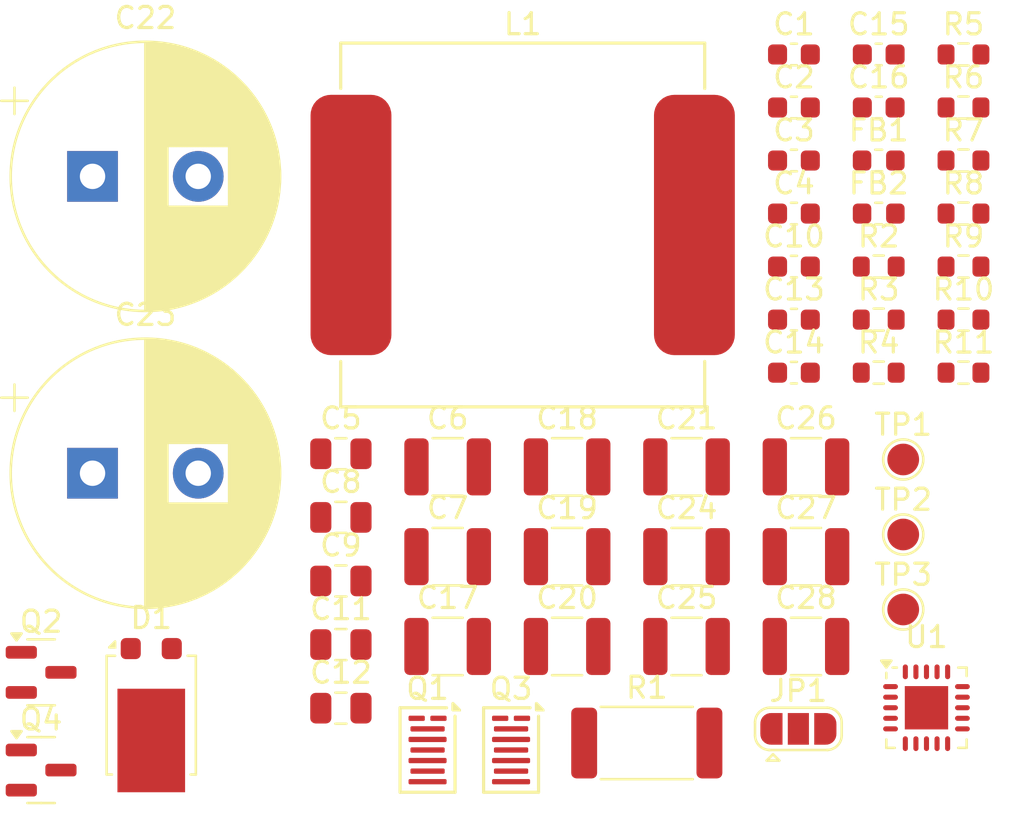
<source format=kicad_pcb>
(kicad_pcb (version 20240108) (generator "pcbnew") (generator_version "8.0")
  (layers (0 "F.Cu" signal) (31 "B.Cu" signal) (34 "B.Paste" user) (35 "F.Paste" user) (36 "B.SilkS" user "B.Silkscreen") (37 "F.SilkS" user "F.Silkscreen") (38 "B.Mask" user) (39 "F.Mask" user) (44 "Edge.Cuts" user))
  (net 0 "")
  (net 1 "/VIN")
  (net 2 "Net-(U1-CSN)")
  (net 3 "Net-(C2-Pad1)")
  (net 4 "GND")
  (net 5 "Net-(U1-HB)")
  (net 6 "/VOUT")
  (net 7 "Net-(JP1-B)")
  (net 8 "Net-(U1-TRK)")
  (net 9 "Net-(U1-VREF{slash}RANGE)")
  (net 10 "Net-(U1-SS)")
  (net 11 "Net-(U1-COMP)")
  (net 12 "Net-(C16-Pad1)")
  (net 13 "Net-(Q2-E)")
  (net 14 "Net-(Q1-G)")
  (net 15 "Net-(Q3-G)")
  (net 16 "Net-(Q4-E)")
  (net 17 "Net-(JP1-C)")
  (net 18 "Net-(L1-Pad1)")
  (net 19 "Net-(Q2-B)")
  (net 20 "Net-(Q4-B)")
  (net 21 "Net-(U1-UVLO{slash}EN)")
  (net 22 "/VTRK")
  (net 23 "Net-(U1-RT)")
  (net 24 "/PGOOD")
  (net 25 "/SW")
  (footprint "Capacitor_SMD:C_0805_2012Metric" (layer "F.Cu") (at 65.9 80.83)
    (property "Reference" "C5" (at 0 -1.68 0) (layer "F.SilkS"))
    (property "Value" "2.2µF 100V")
    (pad "1" smd roundrect (at -0.95 0) (size 1 1.45) (layers "F.Cu" "F.Paste" "F.Mask") (net 6 "/VOUT"))
    (pad "2" smd roundrect (at 0.95 0) (size 1 1.45) (layers "F.Cu" "F.Paste" "F.Mask") (net 4 "GND"))
  )
  (footprint "Resistor_SMD:R_0603_1608Metric" (layer "F.Cu") (at 91.34 76.99)
    (property "Reference" "R4" (at 0 -1.43 0) (layer "F.SilkS"))
    (property "Value" "0Ω")
    (pad "1" smd roundrect (at -0.825 0) (size 0.8 0.95) (layers "F.Cu" "F.Paste" "F.Mask") (net 3 "Net-(C2-Pad1)"))
    (pad "2" smd roundrect (at 0.825 0) (size 0.8 0.95) (layers "F.Cu" "F.Paste" "F.Mask") (net 21 "Net-(U1-UVLO{slash}EN)"))
  )
  (footprint "Resistor_SMD:R_0603_1608Metric" (layer "F.Cu") (at 95.35 61.93)
    (property "Reference" "R5" (at 0 -1.43 0) (layer "F.SilkS"))
    (property "Value" "8.87kΩ")
    (pad "1" smd roundrect (at -0.825 0) (size 0.8 0.95) (layers "F.Cu" "F.Paste" "F.Mask") (net 3 "Net-(C2-Pad1)"))
    (pad "2" smd roundrect (at 0.825 0) (size 0.8 0.95) (layers "F.Cu" "F.Paste" "F.Mask") (net 4 "GND"))
  )
  (footprint "Capacitor_SMD:C_0603_1608Metric" (layer "F.Cu") (at 87.33 76.99)
    (property "Reference" "C14" (at 0 -1.43 0) (layer "F.SilkS"))
    (property "Value" "0.47µF")
    (pad "1" smd roundrect (at -0.775 0) (size 0.9 0.95) (layers "F.Cu" "F.Paste" "F.Mask") (net 10 "Net-(U1-SS)"))
    (pad "2" smd roundrect (at 0.775 0) (size 0.9 0.95) (layers "F.Cu" "F.Paste" "F.Mask") (net 4 "GND"))
  )
  (footprint "Capacitor_SMD:C_0603_1608Metric" (layer "F.Cu") (at 87.33 61.93)
    (property "Reference" "C1" (at 0 -1.43 0) (layer "F.SilkS"))
    (property "Value" "0pF")
    (pad "1" smd roundrect (at -0.775 0) (size 0.9 0.95) (layers "F.Cu" "F.Paste" "F.Mask") (net 1 "/VIN"))
    (pad "2" smd roundrect (at 0.775 0) (size 0.9 0.95) (layers "F.Cu" "F.Paste" "F.Mask") (net 2 "Net-(U1-CSN)"))
  )
  (footprint "BW_Active:VQFN-20-1EP_3.5x3.5mm_P0.5mm_EP2.05x2.05mm" (layer "F.Cu") (at 93.6 92.85)
    (property "Reference" "U1" (at 0 -3.35 0) (layer "F.SilkS"))
    (property "Value" "LM5123-Q1")
    (pad "1" smd oval (at -1.7 -1 90) (size 0.24 0.7) (layers "F.Cu" "F.Paste" "F.Mask") (net 1 "/VIN"))
    (pad "2" smd oval (at -1.7 -0.5 90) (size 0.24 0.7) (layers "F.Cu" "F.Paste" "F.Mask") (net 2 "Net-(U1-CSN)"))
    (pad "3" smd oval (at -1.7 0 90) (size 0.24 0.7) (layers "F.Cu" "F.Paste" "F.Mask") (net 6 "/VOUT"))
    (pad "4" smd oval (at -1.7 0.5 90) (size 0.24 0.7) (layers "F.Cu" "F.Paste" "F.Mask") (net 24 "/PGOOD"))
    (pad "5" smd oval (at -1.7 1 90) (size 0.24 0.7) (layers "F.Cu" "F.Paste" "F.Mask") (net 19 "Net-(Q2-B)"))
    (pad "6" smd oval (at -1 1.7) (size 0.24 0.7) (layers "F.Cu" "F.Paste" "F.Mask") (net 25 "/SW"))
    (pad "7" smd oval (at -0.5 1.7) (size 0.24 0.7) (layers "F.Cu" "F.Paste" "F.Mask") (net 5 "Net-(U1-HB)"))
    (pad "8" smd oval (at 0 1.7) (size 0.24 0.7) (layers "F.Cu" "F.Paste" "F.Mask") (net 1 "/VIN"))
    (pad "9" smd oval (at 0.5 1.7) (size 0.24 0.7) (layers "F.Cu" "F.Paste" "F.Mask") (net 7 "Net-(JP1-B)"))
    (pad "10" smd oval (at 1 1.7) (size 0.24 0.7) (layers "F.Cu" "F.Paste" "F.Mask") (net 4 "GND"))
    (pad "11" smd oval (at 1.7 1 90) (size 0.24 0.7) (layers "F.Cu" "F.Paste" "F.Mask") (net 20 "Net-(Q4-B)"))
    (pad "12" smd oval (at 1.7 0.5 90) (size 0.24 0.7) (layers "F.Cu" "F.Paste" "F.Mask") (net 7 "Net-(JP1-B)"))
    (pad "13" smd oval (at 1.7 0 90) (size 0.24 0.7) (layers "F.Cu" "F.Paste" "F.Mask") (net 21 "Net-(U1-UVLO{slash}EN)"))
    (pad "14" smd oval (at 1.7 -0.5 90) (size 0.24 0.7) (layers "F.Cu" "F.Paste" "F.Mask") (net 17 "Net-(JP1-C)"))
    (pad "15" smd oval (at 1.7 -1 90) (size 0.24 0.7) (layers "F.Cu" "F.Paste" "F.Mask") (net 23 "Net-(U1-RT)"))
    (pad "16" smd oval (at 1 -1.7) (size 0.24 0.7) (layers "F.Cu" "F.Paste" "F.Mask") (net 9 "Net-(U1-VREF{slash}RANGE)"))
    (pad "17" smd oval (at 0.5 -1.7) (size 0.24 0.7) (layers "F.Cu" "F.Paste" "F.Mask") (net 10 "Net-(U1-SS)"))
    (pad "18" smd oval (at 0 -1.7) (size 0.24 0.7) (layers "F.Cu" "F.Paste" "F.Mask") (net 8 "Net-(U1-TRK)"))
    (pad "19" smd oval (at -0.5 -1.7) (size 0.24 0.7) (layers "F.Cu" "F.Paste" "F.Mask") (net 4 "GND"))
    (pad "20" smd oval (at -1 -1.7) (size 0.24 0.7) (layers "F.Cu" "F.Paste" "F.Mask") (net 11 "Net-(U1-COMP)"))
    (pad "21" smd rect (at 0 0) (size 2.049999 2.049999) (layers "F.Cu" "F.Mask") (net 4 "GND"))
  )
  (footprint "TestPoint:TestPoint_Pad_D1.5mm" (layer "F.Cu") (at 92.5 81.1)
    (property "Reference" "TP1" (at 0 -1.648 0) (layer "F.SilkS"))
    (property "Value" "SW")
    (pad "1" smd circle (at 0 0) (size 1.5 1.5) (layers "F.Cu" "F.Mask") (net 25 "/SW"))
  )
  (footprint "Capacitor_SMD:C_1210_3225Metric" (layer "F.Cu") (at 87.9 89.95)
    (property "Reference" "C28" (at 0 -2.3 0) (layer "F.SilkS"))
    (property "Value" "10µF 100V x2")
    (pad "1" smd roundrect (at -1.475 0) (size 1.15 2.7) (layers "F.Cu" "F.Paste" "F.Mask") (roundrect_rratio 0.217391) (net 6 "/VOUT"))
    (pad "2" smd roundrect (at 1.475 0) (size 1.15 2.7) (layers "F.Cu" "F.Paste" "F.Mask") (roundrect_rratio 0.217391) (net 4 "GND"))
  )
  (footprint "Resistor_SMD:R_0603_1608Metric" (layer "F.Cu") (at 91.34 71.97)
    (property "Reference" "R2" (at 0 -1.43 0) (layer "F.SilkS"))
    (property "Value" "0Ω")
    (pad "1" smd roundrect (at -0.825 0) (size 0.8 0.95) (layers "F.Cu" "F.Paste" "F.Mask") (net 2 "Net-(U1-CSN)"))
    (pad "2" smd roundrect (at 0.825 0) (size 0.8 0.95) (layers "F.Cu" "F.Paste" "F.Mask") (net 18 "Net-(L1-Pad1)"))
  )
  (footprint "BW_Active:WLCSP-8-SOT8072" (layer "F.Cu") (at 70 94.85)
    (property "Reference" "Q1" (at 0 -2.9 0) (layer "F.SilkS"))
    (property "Value" "GAN3R2-100CBE")
    (pad "1" smd roundrect (at 0.515 -1.5) (size 0.77 0.25) (layers "F.Cu" "F.Paste" "F.Mask") (net 14 "Net-(Q1-G)"))
    (pad "2" smd roundrect (at -0.515 -1.5) (size 0.77 0.25) (layers "F.Cu" "F.Paste" "F.Mask") (net 25 "/SW"))
    (pad "3" smd roundrect (at 0 -1) (size 1.62 0.25) (layers "F.Cu" "F.Paste" "F.Mask") (net 6 "/VOUT"))
    (pad "4" smd roundrect (at 0 -0.5) (size 1.8 0.25) (layers "F.Cu" "F.Paste" "F.Mask") (net 25 "/SW"))
    (pad "5" smd roundrect (at 0 0) (size 1.62 0.25) (layers "F.Cu" "F.Paste" "F.Mask") (net 6 "/VOUT"))
    (pad "6" smd roundrect (at 0 0.5) (size 1.8 0.25) (layers "F.Cu" "F.Paste" "F.Mask") (net 25 "/SW"))
    (pad "7" smd roundrect (at 0 1) (size 1.62 0.25) (layers "F.Cu" "F.Paste" "F.Mask") (net 6 "/VOUT"))
    (pad "8" smd roundrect (at 0 1.5) (size 1.8 0.25) (layers "F.Cu" "F.Paste" "F.Mask") (net 25 "/SW"))
  )
  (footprint "Capacitor_SMD:C_0603_1608Metric" (layer "F.Cu") (at 87.33 66.95)
    (property "Reference" "C3" (at 0 -1.43 0) (layer "F.SilkS"))
    (property "Value" "0.1µF 100V")
    (pad "1" smd roundrect (at -0.775 0) (size 0.9 0.95) (layers "F.Cu" "F.Paste" "F.Mask") (net 5 "Net-(U1-HB)"))
    (pad "2" smd roundrect (at 0.775 0) (size 0.9 0.95) (layers "F.Cu" "F.Paste" "F.Mask") (net 25 "/SW"))
  )
  (footprint "Capacitor_SMD:C_1210_3225Metric" (layer "F.Cu") (at 76.6 89.95)
    (property "Reference" "C20" (at 0 -2.3 0) (layer "F.SilkS"))
    (property "Value" "10µF 100V x2")
    (pad "1" smd roundrect (at -1.475 0) (size 1.15 2.7) (layers "F.Cu" "F.Paste" "F.Mask") (roundrect_rratio 0.217391) (net 6 "/VOUT"))
    (pad "2" smd roundrect (at 1.475 0) (size 1.15 2.7) (layers "F.Cu" "F.Paste" "F.Mask") (roundrect_rratio 0.217391) (net 4 "GND"))
  )
  (footprint "Capacitor_SMD:C_0603_1608Metric" (layer "F.Cu") (at 87.33 71.97)
    (property "Reference" "C10" (at 0 -1.43 0) (layer "F.SilkS"))
    (property "Value" "0.1µF 100V")
    (pad "1" smd roundrect (at -0.775 0) (size 0.9 0.95) (layers "F.Cu" "F.Paste" "F.Mask") (net 4 "GND"))
    (pad "2" smd roundrect (at 0.775 0) (size 0.9 0.95) (layers "F.Cu" "F.Paste" "F.Mask") (net 6 "/VOUT"))
  )
  (footprint "Resistor_SMD:R_0603_1608Metric" (layer "F.Cu") (at 95.35 71.97)
    (property "Reference" "R9" (at 0 -1.43 0) (layer "F.SilkS"))
    (property "Value" "220kΩ")
    (pad "1" smd roundrect (at -0.825 0) (size 0.8 0.95) (layers "F.Cu" "F.Paste" "F.Mask") (net 11 "Net-(U1-COMP)"))
    (pad "2" smd roundrect (at 0.825 0) (size 0.8 0.95) (layers "F.Cu" "F.Paste" "F.Mask") (net 12 "Net-(C16-Pad1)"))
  )
  (footprint "Capacitor_SMD:C_1210_3225Metric" (layer "F.Cu") (at 70.95 85.7)
    (property "Reference" "C7" (at 0 -2.3 0) (layer "F.SilkS"))
    (property "Value" "22µF 25V")
    (pad "1" smd roundrect (at -1.475 0) (size 1.15 2.7) (layers "F.Cu" "F.Paste" "F.Mask") (roundrect_rratio 0.217391) (net 1 "/VIN"))
    (pad "2" smd roundrect (at 1.475 0) (size 1.15 2.7) (layers "F.Cu" "F.Paste" "F.Mask") (roundrect_rratio 0.217391) (net 4 "GND"))
  )
  (footprint "Capacitor_SMD:C_0603_1608Metric" (layer "F.Cu") (at 91.34 64.44)
    (property "Reference" "C16" (at 0 -1.43 0) (layer "F.SilkS"))
    (property "Value" "1.5nF")
    (pad "1" smd roundrect (at -0.775 0) (size 0.9 0.95) (layers "F.Cu" "F.Paste" "F.Mask") (net 12 "Net-(C16-Pad1)"))
    (pad "2" smd roundrect (at 0.775 0) (size 0.9 0.95) (layers "F.Cu" "F.Paste" "F.Mask") (net 4 "GND"))
  )
  (footprint "Resistor_SMD:R_0603_1608Metric" (layer "F.Cu") (at 95.35 74.48)
    (property "Reference" "R10" (at 0 -1.43 0) (layer "F.SilkS"))
    (property "Value" "33kΩ")
    (pad "1" smd roundrect (at -0.825 0) (size 0.8 0.95) (layers "F.Cu" "F.Paste" "F.Mask") (net 9 "Net-(U1-VREF{slash}RANGE)"))
    (pad "2" smd roundrect (at 0.825 0) (size 0.8 0.95) (layers "F.Cu" "F.Paste" "F.Mask") (net 4 "GND"))
  )
  (footprint "Resistor_SMD:R_0603_1608Metric" (layer "F.Cu") (at 95.35 66.95)
    (property "Reference" "R7" (at 0 -1.43 0) (layer "F.SilkS"))
    (property "Value" "1kΩ")
    (pad "1" smd roundrect (at -0.825 0) (size 0.8 0.95) (layers "F.Cu" "F.Paste" "F.Mask") (net 22 "/VTRK"))
    (pad "2" smd roundrect (at 0.825 0) (size 0.8 0.95) (layers "F.Cu" "F.Paste" "F.Mask") (net 8 "Net-(U1-TRK)"))
  )
  (footprint "TestPoint:TestPoint_Pad_D1.5mm" (layer "F.Cu") (at 92.5 88.2)
    (property "Reference" "TP3" (at 0 -1.648 0) (layer "F.SilkS"))
    (property "Value" "LO")
    (pad "1" smd circle (at 0 0) (size 1.5 1.5) (layers "F.Cu" "F.Mask") (net 15 "Net-(Q3-G)"))
  )
  (footprint "Capacitor_SMD:C_0805_2012Metric" (layer "F.Cu") (at 65.9 83.84)
    (property "Reference" "C8" (at 0 -1.68 0) (layer "F.SilkS"))
    (property "Value" "1µF 50Vl")
    (pad "1" smd roundrect (at -0.95 0) (size 1 1.45) (layers "F.Cu" "F.Paste" "F.Mask") (net 1 "/VIN"))
    (pad "2" smd roundrect (at 0.95 0) (size 1 1.45) (layers "F.Cu" "F.Paste" "F.Mask") (net 4 "GND"))
  )
  (footprint "Capacitor_SMD:C_0603_1608Metric" (layer "F.Cu") (at 87.33 74.48)
    (property "Reference" "C13" (at 0 -1.43 0) (layer "F.SilkS"))
    (property "Value" "470pF")
    (pad "1" smd roundrect (at -0.775 0) (size 0.9 0.95) (layers "F.Cu" "F.Paste" "F.Mask") (net 9 "Net-(U1-VREF{slash}RANGE)"))
    (pad "2" smd roundrect (at 0.775 0) (size 0.9 0.95) (layers "F.Cu" "F.Paste" "F.Mask") (net 4 "GND"))
  )
  (footprint "Capacitor_SMD:C_1210_3225Metric" (layer "F.Cu") (at 82.25 85.7)
    (property "Reference" "C24" (at 0 -2.3 0) (layer "F.SilkS"))
    (property "Value" "10µF 100V x2")
    (pad "1" smd roundrect (at -1.475 0) (size 1.15 2.7) (layers "F.Cu" "F.Paste" "F.Mask") (roundrect_rratio 0.217391) (net 6 "/VOUT"))
    (pad "2" smd roundrect (at 1.475 0) (size 1.15 2.7) (layers "F.Cu" "F.Paste" "F.Mask") (roundrect_rratio 0.217391) (net 4 "GND"))
  )
  (footprint "Capacitor_SMD:C_1210_3225Metric" (layer "F.Cu") (at 82.25 81.45)
    (property "Reference" "C21" (at 0 -2.3 0) (layer "F.SilkS"))
    (property "Value" "10µF 100V x2")
    (pad "1" smd roundrect (at -1.475 0) (size 1.15 2.7) (layers "F.Cu" "F.Paste" "F.Mask") (roundrect_rratio 0.217391) (net 6 "/VOUT"))
    (pad "2" smd roundrect (at 1.475 0) (size 1.15 2.7) (layers "F.Cu" "F.Paste" "F.Mask") (roundrect_rratio 0.217391) (net 4 "GND"))
  )
  (footprint "Capacitor_SMD:C_0805_2012Metric" (layer "F.Cu") (at 65.9 92.87)
    (property "Reference" "C12" (at 0 -1.68 0) (layer "F.SilkS"))
    (property "Value" "10µF")
    (pad "1" smd roundrect (at -0.95 0) (size 1 1.45) (layers "F.Cu" "F.Paste" "F.Mask") (net 8 "Net-(U1-TRK)"))
    (pad "2" smd roundrect (at 0.95 0) (size 1 1.45) (layers "F.Cu" "F.Paste" "F.Mask") (net 4 "GND"))
  )
  (footprint "Capacitor_SMD:C_0603_1608Metric" (layer "F.Cu") (at 87.33 64.44)
    (property "Reference" "C2" (at 0 -1.43 0) (layer "F.SilkS"))
    (property "Value" "0.1µF")
    (pad "1" smd roundrect (at -0.775 0) (size 0.9 0.95) (layers "F.Cu" "F.Paste" "F.Mask") (net 3 "Net-(C2-Pad1)"))
    (pad "2" smd roundrect (at 0.775 0) (size 0.9 0.95) (layers "F.Cu" "F.Paste" "F.Mask") (net 4 "GND"))
  )
  (footprint "Resistor_SMD:R_0603_1608Metric" (layer "F.Cu") (at 95.35 69.46)
    (property "Reference" "R8" (at 0 -1.43 0) (layer "F.SilkS"))
    (property "Value" "3.3Ω")
    (pad "1" smd roundrect (at -0.825 0) (size 0.8 0.95) (layers "F.Cu" "F.Paste" "F.Mask") (net 20 "Net-(Q4-B)"))
    (pad "2" smd roundrect (at 0.825 0) (size 0.8 0.95) (layers "F.Cu" "F.Paste" "F.Mask") (net 16 "Net-(Q4-E)"))
  )
  (footprint "Capacitor_SMD:C_0805_2012Metric" (layer "F.Cu") (at 65.9 89.86)
    (property "Reference" "C11" (at 0 -1.68 0) (layer "F.SilkS"))
    (property "Value" "4.7µF")
    (pad "1" smd roundrect (at -0.95 0) (size 1 1.45) (layers "F.Cu" "F.Paste" "F.Mask") (net 7 "Net-(JP1-B)"))
    (pad "2" smd roundrect (at 0.95 0) (size 1 1.45) (layers "F.Cu" "F.Paste" "F.Mask") (net 4 "GND"))
  )
  (footprint "Inductor_SMD:L_0603_1608Metric" (layer "F.Cu") (at 91.34 66.95)
    (property "Reference" "FB1" (at 0 -1.43 0) (layer "F.SilkS"))
    (property "Value" "Shunt?")
    (pad "1" smd roundrect (at -0.7875 0) (size 0.875 0.95) (layers "F.Cu" "F.Paste" "F.Mask") (net 14 "Net-(Q1-G)"))
    (pad "2" smd roundrect (at 0.7875 0) (size 0.875 0.95) (layers "F.Cu" "F.Paste" "F.Mask") (net 13 "Net-(Q2-E)"))
  )
  (footprint "BW_Active:WLCSP-8-SOT8072" (layer "F.Cu") (at 73.95 94.85)
    (property "Reference" "Q3" (at 0 -2.9 0) (layer "F.SilkS"))
    (property "Value" "GAN3R2-100CBE")
    (pad "1" smd roundrect (at 0.515 -1.5) (size 0.77 0.25) (layers "F.Cu" "F.Paste" "F.Mask") (net 15 "Net-(Q3-G)"))
    (pad "2" smd roundrect (at -0.515 -1.5) (size 0.77 0.25) (layers "F.Cu" "F.Paste" "F.Mask") (net 4 "GND"))
    (pad "3" smd roundrect (at 0 -1) (size 1.62 0.25) (layers "F.Cu" "F.Paste" "F.Mask") (net 25 "/SW"))
    (pad "4" smd roundrect (at 0 -0.5) (size 1.8 0.25) (layers "F.Cu" "F.Paste" "F.Mask") (net 4 "GND"))
    (pad "5" smd roundrect (at 0 0) (size 1.62 0.25) (layers "F.Cu" "F.Paste" "F.Mask") (net 25 "/SW"))
    (pad "6" smd roundrect (at 0 0.5) (size 1.8 0.25) (layers "F.Cu" "F.Paste" "F.Mask") (net 4 "GND"))
    (pad "7" smd roundrect (at 0 1) (size 1.62 0.25) (layers "F.Cu" "F.Paste" "F.Mask") (net 25 "/SW"))
    (pad "8" smd roundrect (at 0 1.5) (size 1.8 0.25) (layers "F.Cu" "F.Paste" "F.Mask") (net 4 "GND"))
  )
  (footprint "Resistor_SMD:R_2512_6332Metric" (layer "F.Cu") (at 80.37 94.52)
    (property "Reference" "R1" (at 0 -2.62 0) (layer "F.SilkS"))
    (property "Value" "1.5mΩ 3W")
    (pad "1" smd roundrect (at -2.9625 0) (size 1.225 3.35) (layers "F.Cu" "F.Paste" "F.Mask") (roundrect_rratio 0.204082) (net 1 "/VIN"))
    (pad "2" smd roundrect (at 2.9625 0) (size 1.225 3.35) (layers "F.Cu" "F.Paste" "F.Mask") (roundrect_rratio 0.204082) (net 18 "Net-(L1-Pad1)"))
  )
  (footprint "Package_TO_SOT_SMD:SOT-23" (layer "F.Cu") (at 51.72 95.8)
    (property "Reference" "Q4" (at 0 -2.4 0) (layer "F.SilkS"))
    (property "Value" "PNP")
    (pad "1" smd roundrect (at -0.9375 -0.95) (size 1.475 0.6) (layers "F.Cu" "F.Paste" "F.Mask") (net 20 "Net-(Q4-B)"))
    (pad "2" smd roundrect (at -0.9375 0.95) (size 1.475 0.6) (layers "F.Cu" "F.Paste" "F.Mask") (net 16 "Net-(Q4-E)"))
    (pad "3" smd roundrect (at 0.9375 0) (size 1.475 0.6) (layers "F.Cu" "F.Paste" "F.Mask") (net 4 "GND"))
  )
  (footprint "BW_PassiveMechanical:L_Vishay_IHLP-6767" (layer "F.Cu") (at 74.5 70)
    (property "Reference" "L1" (at 0 -9.509 0) (layer "F.SilkS"))
    (property "Value" "1.5µH")
    (pad "1" smd roundrect (at -8.1225 0) (size 3.825 12.32) (layers "F.Cu" "F.Paste" "F.Mask") (net 18 "Net-(L1-Pad1)"))
    (pad "2" smd roundrect (at 8.1225 0) (size 3.825 12.32) (layers "F.Cu" "F.Paste" "F.Mask") (net 25 "/SW"))
  )
  (footprint "Resistor_SMD:R_0603_1608Metric" (layer "F.Cu") (at 91.34 74.48)
    (property "Reference" "R3" (at 0 -1.43 0) (layer "F.SilkS"))
    (property "Value" "76.8kΩ")
    (pad "1" smd roundrect (at -0.825 0) (size 0.8 0.95) (layers "F.Cu" "F.Paste" "F.Mask") (net 1 "/VIN"))
    (pad "2" smd roundrect (at 0.825 0) (size 0.8 0.95) (layers "F.Cu" "F.Paste" "F.Mask") (net 3 "Net-(C2-Pad1)"))
  )
  (footprint "Capacitor_SMD:C_1210_3225Metric" (layer "F.Cu") (at 82.25 89.95)
    (property "Reference" "C25" (at 0 -2.3 0) (layer "F.SilkS"))
    (property "Value" "10µF 100V x2")
    (pad "1" smd roundrect (at -1.475 0) (size 1.15 2.7) (layers "F.Cu" "F.Paste" "F.Mask") (roundrect_rratio 0.217391) (net 6 "/VOUT"))
    (pad "2" smd roundrect (at 1.475 0) (size 1.15 2.7) (layers "F.Cu" "F.Paste" "F.Mask") (roundrect_rratio 0.217391) (net 4 "GND"))
  )
  (footprint "Package_TO_SOT_SMD:SOT-23" (layer "F.Cu") (at 51.72 91.175)
    (property "Reference" "Q2" (at 0 -2.4 0) (layer "F.SilkS"))
    (property "Value" "PNP")
    (pad "1" smd roundrect (at -0.9375 -0.95) (size 1.475 0.6) (layers "F.Cu" "F.Paste" "F.Mask") (net 19 "Net-(Q2-B)"))
    (pad "2" smd roundrect (at -0.9375 0.95) (size 1.475 0.6) (layers "F.Cu" "F.Paste" "F.Mask") (net 13 "Net-(Q2-E)"))
    (pad "3" smd roundrect (at 0.9375 0) (size 1.475 0.6) (layers "F.Cu" "F.Paste" "F.Mask") (net 25 "/SW"))
  )
  (footprint "Package_TO_SOT_SMD:TO-277B" (layer "F.Cu") (at 56.93 93.2)
    (property "Reference" "D1" (at 0 -4.6 180) (layer "F.SilkS"))
    (property "Value" "MBR12U100L")
    (pad "1" smd roundrect (at -0.97 -3.15) (size 0.95 1) (layers "F.Cu" "F.Paste" "F.Mask") (net 25 "/SW"))
    (pad "2" smd roundrect (at 0.97 -3.15) (size 0.95 1) (layers "F.Cu" "F.Paste" "F.Mask") (net 25 "/SW"))
    (pad "3" smd rect (at 0 1.2) (size 3.2 4.9) (layers "F.Cu" "F.Mask") (net 6 "/VOUT"))
  )
  (footprint "Resistor_SMD:R_0603_1608Metric" (layer "F.Cu") (at 95.35 76.99)
    (property "Reference" "R11" (at 0 -1.43 0) (layer "F.SilkS"))
    (property "Value" "21kΩ")
    (pad "1" smd roundrect (at -0.825 0) (size 0.8 0.95) (layers "F.Cu" "F.Paste" "F.Mask") (net 23 "Net-(U1-RT)"))
    (pad "2" smd roundrect (at 0.825 0) (size 0.8 0.95) (layers "F.Cu" "F.Paste" "F.Mask") (net 4 "GND"))
  )
  (footprint "Capacitor_SMD:C_0805_2012Metric" (layer "F.Cu") (at 65.9 86.85)
    (property "Reference" "C9" (at 0 -1.68 0) (layer "F.SilkS"))
    (property "Value" "1µF 50Vl")
    (pad "1" smd roundrect (at -0.95 0) (size 1 1.45) (layers "F.Cu" "F.Paste" "F.Mask") (net 1 "/VIN"))
    (pad "2" smd roundrect (at 0.95 0) (size 1 1.45) (layers "F.Cu" "F.Paste" "F.Mask") (net 4 "GND"))
  )
  (footprint "TestPoint:TestPoint_Pad_D1.5mm" (layer "F.Cu") (at 92.5 84.65)
    (property "Reference" "TP2" (at 0 -1.648 0) (layer "F.SilkS"))
    (property "Value" "HO")
    (pad "1" smd circle (at 0 0) (size 1.5 1.5) (layers "F.Cu" "F.Mask") (net 14 "Net-(Q1-G)"))
  )
  (footprint "Capacitor_THT:CP_Radial_D12.5mm_P5.00mm" (layer "F.Cu") (at 54.152082 67.7)
    (property "Reference" "C22" (at 2.5 -7.5 0) (layer "F.SilkS"))
    (property "Value" "560µF 63V")
    (pad "1" thru_hole rect (at 0 0) (size 2.4 2.4) (drill 1.2) (layers "*.Cu" "*.Mask") (net 6 "/VOUT"))
    (pad "2" thru_hole circle (at 5 0) (size 2.4 2.4) (drill 1.2) (layers "*.Cu" "*.Mask") (net 4 "GND"))
  )
  (footprint "Capacitor_SMD:C_1210_3225Metric" (layer "F.Cu") (at 76.6 85.7)
    (property "Reference" "C19" (at 0 -2.3 0) (layer "F.SilkS"))
    (property "Value" "10µF 100V x2")
    (pad "1" smd roundrect (at -1.475 0) (size 1.15 2.7) (layers "F.Cu" "F.Paste" "F.Mask") (roundrect_rratio 0.217391) (net 6 "/VOUT"))
    (pad "2" smd roundrect (at 1.475 0) (size 1.15 2.7) (layers "F.Cu" "F.Paste" "F.Mask") (roundrect_rratio 0.217391) (net 4 "GND"))
  )
  (footprint "Capacitor_THT:CP_Radial_D12.5mm_P5.00mm" (layer "F.Cu") (at 54.152082 81.75)
    (property "Reference" "C23" (at 2.5 -7.5 0) (layer "F.SilkS"))
    (property "Value" "560µF 63V")
    (pad "1" thru_hole rect (at 0 0) (size 2.4 2.4) (drill 1.2) (layers "*.Cu" "*.Mask") (net 6 "/VOUT"))
    (pad "2" thru_hole circle (at 5 0) (size 2.4 2.4) (drill 1.2) (layers "*.Cu" "*.Mask") (net 4 "GND"))
  )
  (footprint "Jumper:SolderJumper-3_P1.3mm_Open_RoundedPad1.0x1.5mm" (layer "F.Cu") (at 87.54 93.85)
    (property "Reference" "JP1" (at 0 -1.8 0) (layer "F.SilkS"))
    (property "Value" "VH/CP")
    (pad "1" smd custom (at -1.3 0) (size 1 0.5) (layers "F.Cu" "F.Mask") (net 4 "GND") (options (clearance outline) (anchor rect)) (primitives (gr_circle (center 0 0.25) (end 0.5 0.25) (width 0) (fill yes)) (gr_circle (center 0 -0.25) (end 0.5 -0.25) (width 0) (fill yes)) (gr_poly (pts (xy 0.55 0.75) (xy 0 0.75) (xy 0 -0.75) (xy 0.55 -0.75)) (width 0) (fill yes))))
    (pad "2" smd rect (at 0 0) (size 1 1.5) (layers "F.Cu" "F.Mask") (net 17 "Net-(JP1-C)"))
    (pad "3" smd custom (at 1.3 0) (size 1 0.5) (layers "F.Cu" "F.Mask") (net 7 "Net-(JP1-B)") (options (clearance outline) (anchor rect)) (primitives (gr_circle (center 0 0.25) (end 0.5 0.25) (width 0) (fill yes)) (gr_circle (center 0 -0.25) (end 0.5 -0.25) (width 0) (fill yes)) (gr_poly (pts (xy 0 0.75) (xy -0.55 0.75) (xy -0.55 -0.75) (xy 0 -0.75)) (width 0) (fill yes))))
  )
  (footprint "Resistor_SMD:R_0603_1608Metric" (layer "F.Cu") (at 95.35 64.44)
    (property "Reference" "R6" (at 0 -1.43 0) (layer "F.SilkS"))
    (property "Value" "3.3Ω")
    (pad "1" smd roundrect (at -0.825 0) (size 0.8 0.95) (layers "F.Cu" "F.Paste" "F.Mask") (net 19 "Net-(Q2-B)"))
    (pad "2" smd roundrect (at 0.825 0) (size 0.8 0.95) (layers "F.Cu" "F.Paste" "F.Mask") (net 13 "Net-(Q2-E)"))
  )
  (footprint "Capacitor_SMD:C_1210_3225Metric" (layer "F.Cu") (at 87.9 81.45)
    (property "Reference" "C26" (at 0 -2.3 0) (layer "F.SilkS"))
    (property "Value" "10µF 100V x2")
    (pad "1" smd roundrect (at -1.475 0) (size 1.15 2.7) (layers "F.Cu" "F.Paste" "F.Mask") (roundrect_rratio 0.217391) (net 6 "/VOUT"))
    (pad "2" smd roundrect (at 1.475 0) (size 1.15 2.7) (layers "F.Cu" "F.Paste" "F.Mask") (roundrect_rratio 0.217391) (net 4 "GND"))
  )
  (footprint "Capacitor_SMD:C_1210_3225Metric" (layer "F.Cu") (at 76.6 81.45)
    (property "Reference" "C18" (at 0 -2.3 0) (layer "F.SilkS"))
    (property "Value" "10µF 100V x2")
    (pad "1" smd roundrect (at -1.475 0) (size 1.15 2.7) (layers "F.Cu" "F.Paste" "F.Mask") (roundrect_rratio 0.217391) (net 6 "/VOUT"))
    (pad "2" smd roundrect (at 1.475 0) (size 1.15 2.7) (layers "F.Cu" "F.Paste" "F.Mask") (roundrect_rratio 0.217391) (net 4 "GND"))
  )
  (footprint "Capacitor_SMD:C_0603_1608Metric" (layer "F.Cu") (at 87.33 69.46)
    (property "Reference" "C4" (at 0 -1.43 0) (layer "F.SilkS"))
    (property "Value" "0.1µF 100V")
    (pad "1" smd roundrect (at -0.775 0) (size 0.9 0.95) (layers "F.Cu" "F.Paste" "F.Mask") (net 6 "/VOUT"))
    (pad "2" smd roundrect (at 0.775 0) (size 0.9 0.95) (layers "F.Cu" "F.Paste" "F.Mask") (net 4 "GND"))
  )
  (footprint "Capacitor_SMD:C_1210_3225Metric" (layer "F.Cu") (at 70.95 81.45)
    (property "Reference" "C6" (at 0 -2.3 0) (layer "F.SilkS"))
    (property "Value" "22µF 25V")
    (pad "1" smd roundrect (at -1.475 0) (size 1.15 2.7) (layers "F.Cu" "F.Paste" "F.Mask") (roundrect_rratio 0.217391) (net 1 "/VIN"))
    (pad "2" smd roundrect (at 1.475 0) (size 1.15 2.7) (layers "F.Cu" "F.Paste" "F.Mask") (roundrect_rratio 0.217391) (net 4 "GND"))
  )
  (footprint "Capacitor_SMD:C_1210_3225Metric" (layer "F.Cu") (at 87.9 85.7)
    (property "Reference" "C27" (at 0 -2.3 0) (layer "F.SilkS"))
    (property "Value" "10µF 100V x2")
    (pad "1" smd roundrect (at -1.475 0) (size 1.15 2.7) (layers "F.Cu" "F.Paste" "F.Mask") (roundrect_rratio 0.217391) (net 6 "/VOUT"))
    (pad "2" smd roundrect (at 1.475 0) (size 1.15 2.7) (layers "F.Cu" "F.Paste" "F.Mask") (roundrect_rratio 0.217391) (net 4 "GND"))
  )
  (footprint "Capacitor_SMD:C_1210_3225Metric" (layer "F.Cu") (at 70.95 89.95)
    (property "Reference" "C17" (at 0 -2.3 0) (layer "F.SilkS"))
    (property "Value" "10µF 100V x2")
    (pad "1" smd roundrect (at -1.475 0) (size 1.15 2.7) (layers "F.Cu" "F.Paste" "F.Mask") (roundrect_rratio 0.217391) (net 6 "/VOUT"))
    (pad "2" smd roundrect (at 1.475 0) (size 1.15 2.7) (layers "F.Cu" "F.Paste" "F.Mask") (roundrect_rratio 0.217391) (net 4 "GND"))
  )
  (footprint "Inductor_SMD:L_0603_1608Metric" (layer "F.Cu") (at 91.34 69.46)
    (property "Reference" "FB2" (at 0 -1.43 0) (layer "F.SilkS"))
    (property "Value" "Shunt?")
    (pad "1" smd roundrect (at -0.7875 0) (size 0.875 0.95) (layers "F.Cu" "F.Paste" "F.Mask") (net 16 "Net-(Q4-E)"))
    (pad "2" smd roundrect (at 0.7875 0) (size 0.875 0.95) (layers "F.Cu" "F.Paste" "F.Mask") (net 15 "Net-(Q3-G)"))
  )
  (footprint "Capacitor_SMD:C_0603_1608Metric" (layer "F.Cu") (at 91.34 61.93)
    (property "Reference" "C15" (at 0 -1.43 0) (layer "F.SilkS"))
    (property "Value" "33pF")
    (pad "1" smd roundrect (at -0.775 0) (size 0.9 0.95) (layers "F.Cu" "F.Paste" "F.Mask") (net 11 "Net-(U1-COMP)"))
    (pad "2" smd roundrect (at 0.775 0) (size 0.9 0.95) (layers "F.Cu" "F.Paste" "F.Mask") (net 4 "GND"))
  )
)
</source>
